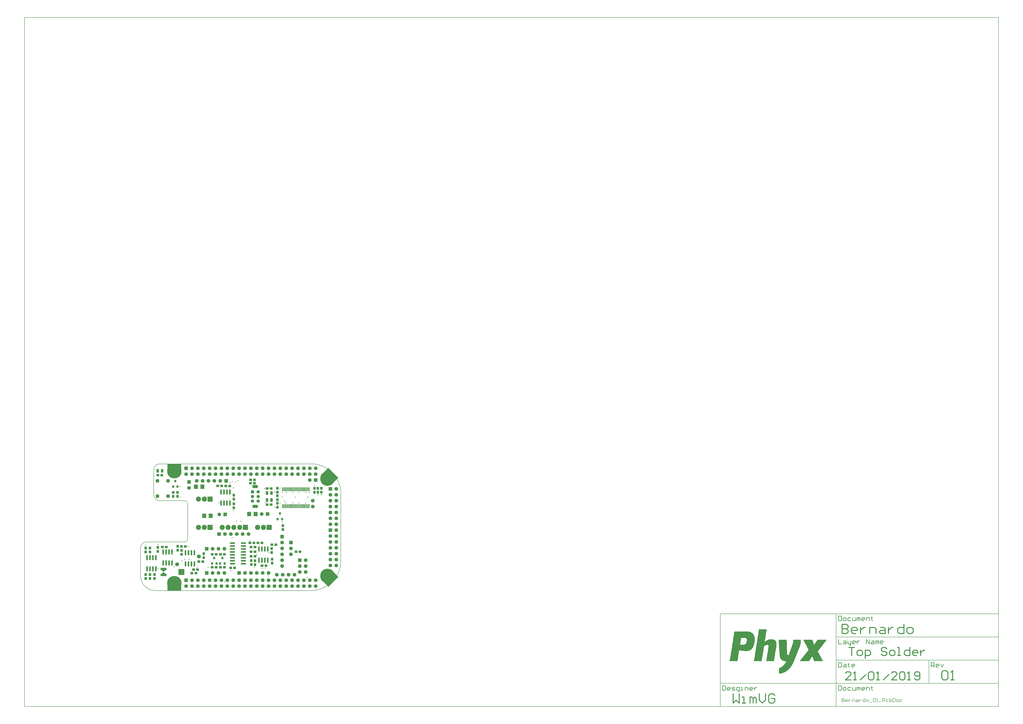
<source format=gts>
G04*
G04 #@! TF.GenerationSoftware,Altium Limited,Altium Designer,18.1.9 (240)*
G04*
G04 Layer_Color=8388736*
%FSLAX25Y25*%
%MOIN*%
G70*
G01*
G75*
%ADD11C,0.00984*%
%ADD12C,0.00787*%
%ADD13C,0.00591*%
%ADD15C,0.01575*%
%ADD26R,0.01181X0.06890*%
G04:AMPARAMS|DCode=27|XSize=236.22mil|YSize=141.42mil|CornerRadius=0mil|HoleSize=0mil|Usage=FLASHONLY|Rotation=315.000|XOffset=0mil|YOffset=0mil|HoleType=Round|Shape=Rectangle|*
%AMROTATEDRECTD27*
4,1,4,-0.13352,0.03352,-0.03352,0.13352,0.13352,-0.03352,0.03352,-0.13352,-0.13352,0.03352,0.0*
%
%ADD27ROTATEDRECTD27*%

G04:AMPARAMS|DCode=28|XSize=236.22mil|YSize=141.42mil|CornerRadius=0mil|HoleSize=0mil|Usage=FLASHONLY|Rotation=225.000|XOffset=0mil|YOffset=0mil|HoleType=Round|Shape=Rectangle|*
%AMROTATEDRECTD28*
4,1,4,0.03352,0.13352,0.13352,0.03352,-0.03352,-0.13352,-0.13352,-0.03352,0.03352,0.13352,0.0*
%
%ADD28ROTATEDRECTD28*%

%ADD29R,0.23622X0.12500*%
%ADD30R,0.03740X0.04331*%
%ADD31R,0.03740X0.04331*%
%ADD32R,0.04724X0.04331*%
%ADD33O,0.02756X0.09055*%
%ADD34R,0.06693X0.07480*%
%ADD35R,0.04331X0.04724*%
%ADD36O,0.09055X0.02756*%
%ADD37R,0.10236X0.04331*%
%ADD38R,0.10236X0.10236*%
%ADD39R,0.04331X0.06299*%
%ADD40C,0.06394*%
%ADD41C,0.08661*%
%ADD42R,0.08661X0.08661*%
%ADD43R,0.06299X0.06299*%
%ADD44C,0.06299*%
%ADD45R,0.06299X0.06299*%
%ADD46O,0.08268X0.08661*%
%ADD47C,0.06693*%
%ADD48C,0.05118*%
%ADD49C,0.24410*%
G04:AMPARAMS|DCode=50|XSize=90.55mil|YSize=51.18mil|CornerRadius=13.78mil|HoleSize=0mil|Usage=FLASHONLY|Rotation=0.000|XOffset=0mil|YOffset=0mil|HoleType=Round|Shape=RoundedRectangle|*
%AMROUNDEDRECTD50*
21,1,0.09055,0.02362,0,0,0.0*
21,1,0.06299,0.05118,0,0,0.0*
1,1,0.02756,0.03150,-0.01181*
1,1,0.02756,-0.03150,-0.01181*
1,1,0.02756,-0.03150,0.01181*
1,1,0.02756,0.03150,0.01181*
%
%ADD50ROUNDEDRECTD50*%
%ADD51C,0.05512*%
G04:AMPARAMS|DCode=52|XSize=55.12mil|YSize=55.12mil|CornerRadius=14.76mil|HoleSize=0mil|Usage=FLASHONLY|Rotation=270.000|XOffset=0mil|YOffset=0mil|HoleType=Round|Shape=RoundedRectangle|*
%AMROUNDEDRECTD52*
21,1,0.05512,0.02559,0,0,270.0*
21,1,0.02559,0.05512,0,0,270.0*
1,1,0.02953,-0.01280,-0.01280*
1,1,0.02953,-0.01280,0.01280*
1,1,0.02953,0.01280,0.01280*
1,1,0.02953,0.01280,-0.01280*
%
%ADD52ROUNDEDRECTD52*%
%ADD53C,0.01575*%
G36*
X1032036Y-69688D02*
X1033754D01*
Y-69974D01*
X1034613D01*
Y-70260D01*
X1035472D01*
Y-70547D01*
X1036331D01*
Y-70833D01*
X1036904D01*
Y-71119D01*
X1037190D01*
Y-71406D01*
X1037763D01*
Y-71692D01*
X1038049D01*
Y-71978D01*
X1038622D01*
Y-72264D01*
X1038908D01*
Y-72551D01*
X1039194D01*
Y-72837D01*
X1039480D01*
Y-73123D01*
X1039767D01*
Y-73410D01*
X1040053D01*
Y-73696D01*
X1040339D01*
Y-73982D01*
Y-74269D01*
X1040626D01*
Y-74555D01*
X1040912D01*
Y-74841D01*
Y-75128D01*
X1041198D01*
Y-75414D01*
X1041485D01*
Y-75700D01*
Y-75987D01*
X1041771D01*
Y-76273D01*
Y-76559D01*
Y-76846D01*
X1042057D01*
Y-77132D01*
Y-77418D01*
Y-77704D01*
X1042344D01*
Y-77991D01*
Y-78277D01*
Y-78563D01*
Y-78850D01*
X1042630D01*
Y-79136D01*
Y-79422D01*
Y-79709D01*
Y-79995D01*
Y-80281D01*
X1042916D01*
Y-80568D01*
Y-80854D01*
Y-81140D01*
Y-81427D01*
Y-81713D01*
Y-81999D01*
Y-82285D01*
Y-82572D01*
Y-82858D01*
Y-83144D01*
Y-83431D01*
Y-83717D01*
Y-84003D01*
Y-84290D01*
Y-84576D01*
Y-84862D01*
Y-85149D01*
Y-85435D01*
Y-85721D01*
Y-86007D01*
X1042630D01*
Y-86294D01*
Y-86580D01*
Y-86866D01*
Y-87153D01*
Y-87439D01*
Y-87725D01*
Y-88012D01*
X1042344D01*
Y-88298D01*
Y-88584D01*
Y-88871D01*
Y-89157D01*
Y-89443D01*
X1042057D01*
Y-89730D01*
Y-90016D01*
Y-90302D01*
Y-90588D01*
Y-90875D01*
X1041771D01*
Y-91161D01*
Y-91448D01*
Y-91734D01*
X1041485D01*
Y-92020D01*
Y-92306D01*
Y-92593D01*
Y-92879D01*
X1041198D01*
Y-93165D01*
Y-93452D01*
Y-93738D01*
X1040912D01*
Y-94024D01*
Y-94311D01*
X1040626D01*
Y-94597D01*
Y-94883D01*
Y-95170D01*
X1040339D01*
Y-95456D01*
Y-95742D01*
X1040053D01*
Y-96029D01*
Y-96315D01*
X1039767D01*
Y-96601D01*
Y-96887D01*
X1039480D01*
Y-97174D01*
X1039194D01*
Y-97460D01*
Y-97746D01*
X1038908D01*
Y-98033D01*
X1038622D01*
Y-98319D01*
X1038335D01*
Y-98605D01*
Y-98892D01*
X1038049D01*
Y-99178D01*
X1037763D01*
Y-99464D01*
X1037476D01*
Y-99751D01*
X1037190D01*
Y-100037D01*
X1036904D01*
Y-100323D01*
X1036331D01*
Y-100610D01*
X1036045D01*
Y-100896D01*
X1035472D01*
Y-101182D01*
X1035186D01*
Y-101468D01*
X1034613D01*
Y-101755D01*
X1033754D01*
Y-102041D01*
X1032895D01*
Y-102327D01*
X1032036D01*
Y-102614D01*
X1030318D01*
Y-102900D01*
X1025165D01*
Y-102614D01*
X1022588D01*
Y-102327D01*
X1020584D01*
Y-102041D01*
X1019152D01*
Y-101755D01*
X1017721D01*
Y-101468D01*
X1016289D01*
Y-101755D01*
Y-102041D01*
Y-102327D01*
Y-102614D01*
Y-102900D01*
Y-103186D01*
Y-103473D01*
X1016003D01*
Y-103759D01*
Y-104045D01*
Y-104332D01*
Y-104618D01*
Y-104904D01*
Y-105191D01*
X1015716D01*
Y-105477D01*
Y-105763D01*
Y-106049D01*
Y-106336D01*
Y-106622D01*
Y-106908D01*
X1015430D01*
Y-107195D01*
Y-107481D01*
Y-107767D01*
Y-108054D01*
Y-108340D01*
Y-108626D01*
Y-108913D01*
X1015144D01*
Y-109199D01*
Y-109485D01*
Y-109772D01*
Y-110058D01*
Y-110344D01*
Y-110630D01*
X1014857D01*
Y-110917D01*
Y-111203D01*
Y-111489D01*
Y-111776D01*
Y-112062D01*
Y-112348D01*
X1014571D01*
Y-112635D01*
Y-112921D01*
Y-113207D01*
Y-113494D01*
Y-113780D01*
Y-114066D01*
Y-114353D01*
X1014285D01*
Y-114639D01*
Y-114925D01*
Y-115211D01*
Y-115498D01*
Y-115784D01*
Y-116070D01*
X1013999D01*
Y-116357D01*
Y-116643D01*
Y-116929D01*
Y-117216D01*
Y-117502D01*
Y-117788D01*
X1013712D01*
Y-118075D01*
Y-118361D01*
Y-118647D01*
Y-118933D01*
Y-119220D01*
Y-119506D01*
Y-119792D01*
X1000256D01*
Y-119506D01*
X1000542D01*
Y-119220D01*
Y-118933D01*
Y-118647D01*
Y-118361D01*
Y-118075D01*
X1000828D01*
Y-117788D01*
Y-117502D01*
Y-117216D01*
Y-116929D01*
Y-116643D01*
Y-116357D01*
Y-116070D01*
X1001114D01*
Y-115784D01*
Y-115498D01*
Y-115211D01*
Y-114925D01*
Y-114639D01*
Y-114353D01*
X1001401D01*
Y-114066D01*
Y-113780D01*
Y-113494D01*
Y-113207D01*
Y-112921D01*
Y-112635D01*
X1001687D01*
Y-112348D01*
Y-112062D01*
Y-111776D01*
Y-111489D01*
Y-111203D01*
Y-110917D01*
Y-110630D01*
X1001974D01*
Y-110344D01*
Y-110058D01*
Y-109772D01*
Y-109485D01*
Y-109199D01*
Y-108913D01*
X1002260D01*
Y-108626D01*
Y-108340D01*
Y-108054D01*
Y-107767D01*
Y-107481D01*
Y-107195D01*
X1002546D01*
Y-106908D01*
Y-106622D01*
Y-106336D01*
Y-106049D01*
Y-105763D01*
Y-105477D01*
X1002832D01*
Y-105191D01*
Y-104904D01*
Y-104618D01*
Y-104332D01*
Y-104045D01*
Y-103759D01*
Y-103473D01*
X1003119D01*
Y-103186D01*
Y-102900D01*
Y-102614D01*
Y-102327D01*
Y-102041D01*
Y-101755D01*
X1003405D01*
Y-101468D01*
Y-101182D01*
Y-100896D01*
Y-100610D01*
Y-100323D01*
Y-100037D01*
X1003691D01*
Y-99751D01*
Y-99464D01*
Y-99178D01*
Y-98892D01*
Y-98605D01*
Y-98319D01*
X1003978D01*
Y-98033D01*
Y-97746D01*
Y-97460D01*
Y-97174D01*
Y-96887D01*
Y-96601D01*
Y-96315D01*
X1004264D01*
Y-96029D01*
Y-95742D01*
Y-95456D01*
Y-95170D01*
Y-94883D01*
Y-94597D01*
X1004550D01*
Y-94311D01*
Y-94024D01*
Y-93738D01*
Y-93452D01*
Y-93165D01*
Y-92879D01*
X1004837D01*
Y-92593D01*
Y-92306D01*
Y-92020D01*
Y-91734D01*
Y-91448D01*
Y-91161D01*
Y-90875D01*
X1005123D01*
Y-90588D01*
Y-90302D01*
Y-90016D01*
Y-89730D01*
Y-89443D01*
Y-89157D01*
X1005409D01*
Y-88871D01*
Y-88584D01*
Y-88298D01*
Y-88012D01*
Y-87725D01*
Y-87439D01*
X1005696D01*
Y-87153D01*
Y-86866D01*
Y-86580D01*
Y-86294D01*
Y-86007D01*
Y-85721D01*
X1005982D01*
Y-85435D01*
Y-85149D01*
Y-84862D01*
Y-84576D01*
Y-84290D01*
Y-84003D01*
Y-83717D01*
X1006268D01*
Y-83431D01*
Y-83144D01*
Y-82858D01*
Y-82572D01*
Y-82285D01*
Y-81999D01*
X1006555D01*
Y-81713D01*
Y-81427D01*
Y-81140D01*
Y-80854D01*
Y-80568D01*
Y-80281D01*
X1006841D01*
Y-79995D01*
Y-79709D01*
Y-79422D01*
Y-79136D01*
Y-78850D01*
Y-78563D01*
Y-78277D01*
X1007127D01*
Y-77991D01*
Y-77704D01*
Y-77418D01*
Y-77132D01*
Y-76846D01*
Y-76559D01*
X1007413D01*
Y-76273D01*
Y-75987D01*
Y-75700D01*
Y-75414D01*
Y-75128D01*
Y-74841D01*
X1007700D01*
Y-74555D01*
Y-74269D01*
Y-73982D01*
Y-73696D01*
Y-73410D01*
Y-73123D01*
Y-72837D01*
X1007986D01*
Y-72551D01*
Y-72264D01*
Y-71978D01*
Y-71692D01*
Y-71406D01*
Y-71119D01*
X1008272D01*
Y-70833D01*
Y-70547D01*
Y-70260D01*
Y-69974D01*
Y-69688D01*
Y-69401D01*
X1032036D01*
Y-69688D01*
D02*
G37*
G36*
X1063244Y-66252D02*
Y-66538D01*
X1062958D01*
Y-66825D01*
Y-67111D01*
Y-67397D01*
Y-67684D01*
Y-67970D01*
Y-68256D01*
X1062672D01*
Y-68542D01*
Y-68829D01*
Y-69115D01*
Y-69401D01*
Y-69688D01*
Y-69974D01*
X1062385D01*
Y-70260D01*
Y-70547D01*
Y-70833D01*
Y-71119D01*
Y-71406D01*
Y-71692D01*
Y-71978D01*
X1062099D01*
Y-72264D01*
Y-72551D01*
Y-72837D01*
Y-73123D01*
Y-73410D01*
Y-73696D01*
X1061813D01*
Y-73982D01*
Y-74269D01*
Y-74555D01*
Y-74841D01*
Y-75128D01*
Y-75414D01*
X1061526D01*
Y-75700D01*
Y-75987D01*
Y-76273D01*
Y-76559D01*
Y-76846D01*
Y-77132D01*
Y-77418D01*
X1061240D01*
Y-77704D01*
Y-77991D01*
Y-78277D01*
Y-78563D01*
Y-78850D01*
Y-79136D01*
X1060954D01*
Y-79422D01*
Y-79709D01*
Y-79995D01*
Y-80281D01*
Y-80568D01*
Y-80854D01*
X1060668D01*
Y-81140D01*
Y-81427D01*
Y-81713D01*
Y-81999D01*
Y-82285D01*
Y-82572D01*
X1060381D01*
Y-82858D01*
Y-83144D01*
Y-83431D01*
Y-83717D01*
Y-84003D01*
Y-84290D01*
Y-84576D01*
X1060095D01*
Y-84862D01*
Y-85149D01*
Y-85435D01*
Y-85721D01*
Y-86007D01*
Y-86294D01*
X1059809D01*
Y-86580D01*
Y-86866D01*
X1060381D01*
Y-86580D01*
X1060668D01*
Y-86294D01*
X1060954D01*
Y-86007D01*
X1061526D01*
Y-85721D01*
X1061813D01*
Y-85435D01*
X1062099D01*
Y-85149D01*
X1062672D01*
Y-84862D01*
X1063244D01*
Y-84576D01*
X1063531D01*
Y-84290D01*
X1064103D01*
Y-84003D01*
X1064962D01*
Y-83717D01*
X1065535D01*
Y-83431D01*
X1066394D01*
Y-83144D01*
X1067825D01*
Y-82858D01*
X1074124D01*
Y-83144D01*
X1075270D01*
Y-83431D01*
X1076128D01*
Y-83717D01*
X1076701D01*
Y-84003D01*
X1076987D01*
Y-84290D01*
X1077560D01*
Y-84576D01*
X1077846D01*
Y-84862D01*
X1078133D01*
Y-85149D01*
X1078419D01*
Y-85435D01*
X1078705D01*
Y-85721D01*
Y-86007D01*
X1078992D01*
Y-86294D01*
Y-86580D01*
X1079278D01*
Y-86866D01*
Y-87153D01*
Y-87439D01*
X1079564D01*
Y-87725D01*
Y-88012D01*
Y-88298D01*
Y-88584D01*
X1079850D01*
Y-88871D01*
Y-89157D01*
Y-89443D01*
Y-89730D01*
Y-90016D01*
Y-90302D01*
Y-90588D01*
Y-90875D01*
Y-91161D01*
Y-91448D01*
Y-91734D01*
Y-92020D01*
Y-92306D01*
Y-92593D01*
Y-92879D01*
Y-93165D01*
Y-93452D01*
Y-93738D01*
X1079564D01*
Y-94024D01*
Y-94311D01*
Y-94597D01*
Y-94883D01*
Y-95170D01*
Y-95456D01*
Y-95742D01*
X1079278D01*
Y-96029D01*
Y-96315D01*
Y-96601D01*
Y-96887D01*
Y-97174D01*
Y-97460D01*
Y-97746D01*
X1078992D01*
Y-98033D01*
Y-98319D01*
Y-98605D01*
Y-98892D01*
Y-99178D01*
Y-99464D01*
X1078705D01*
Y-99751D01*
Y-100037D01*
Y-100323D01*
Y-100610D01*
Y-100896D01*
Y-101182D01*
X1078419D01*
Y-101468D01*
Y-101755D01*
Y-102041D01*
Y-102327D01*
Y-102614D01*
Y-102900D01*
X1078133D01*
Y-103186D01*
Y-103473D01*
Y-103759D01*
Y-104045D01*
Y-104332D01*
Y-104618D01*
Y-104904D01*
X1077846D01*
Y-105191D01*
Y-105477D01*
Y-105763D01*
Y-106049D01*
Y-106336D01*
Y-106622D01*
X1077560D01*
Y-106908D01*
Y-107195D01*
Y-107481D01*
Y-107767D01*
Y-108054D01*
Y-108340D01*
X1077274D01*
Y-108626D01*
Y-108913D01*
Y-109199D01*
Y-109485D01*
Y-109772D01*
Y-110058D01*
Y-110344D01*
X1076987D01*
Y-110630D01*
Y-110917D01*
Y-111203D01*
Y-111489D01*
Y-111776D01*
Y-112062D01*
X1076701D01*
Y-112348D01*
Y-112635D01*
Y-112921D01*
Y-113207D01*
Y-113494D01*
Y-113780D01*
X1076415D01*
Y-114066D01*
Y-114353D01*
Y-114639D01*
Y-114925D01*
Y-115211D01*
Y-115498D01*
X1076128D01*
Y-115784D01*
Y-116070D01*
Y-116357D01*
Y-116643D01*
Y-116929D01*
Y-117216D01*
Y-117502D01*
X1075842D01*
Y-117788D01*
Y-118075D01*
Y-118361D01*
Y-118647D01*
Y-118933D01*
Y-119220D01*
X1075556D01*
Y-119506D01*
Y-119792D01*
X1062385D01*
Y-119506D01*
Y-119220D01*
X1062672D01*
Y-118933D01*
Y-118647D01*
Y-118361D01*
Y-118075D01*
Y-117788D01*
Y-117502D01*
X1062958D01*
Y-117216D01*
Y-116929D01*
Y-116643D01*
Y-116357D01*
Y-116070D01*
Y-115784D01*
Y-115498D01*
X1063244D01*
Y-115211D01*
Y-114925D01*
Y-114639D01*
Y-114353D01*
Y-114066D01*
Y-113780D01*
X1063531D01*
Y-113494D01*
Y-113207D01*
Y-112921D01*
Y-112635D01*
Y-112348D01*
Y-112062D01*
X1063817D01*
Y-111776D01*
Y-111489D01*
Y-111203D01*
Y-110917D01*
Y-110630D01*
Y-110344D01*
Y-110058D01*
X1064103D01*
Y-109772D01*
Y-109485D01*
Y-109199D01*
Y-108913D01*
Y-108626D01*
Y-108340D01*
X1064390D01*
Y-108054D01*
Y-107767D01*
Y-107481D01*
Y-107195D01*
Y-106908D01*
Y-106622D01*
Y-106336D01*
X1064676D01*
Y-106049D01*
Y-105763D01*
Y-105477D01*
Y-105191D01*
Y-104904D01*
Y-104618D01*
X1064962D01*
Y-104332D01*
Y-104045D01*
Y-103759D01*
Y-103473D01*
Y-103186D01*
Y-102900D01*
X1065249D01*
Y-102614D01*
Y-102327D01*
Y-102041D01*
Y-101755D01*
Y-101468D01*
Y-101182D01*
X1065535D01*
Y-100896D01*
Y-100610D01*
Y-100323D01*
Y-100037D01*
Y-99751D01*
Y-99464D01*
Y-99178D01*
X1065821D01*
Y-98892D01*
Y-98605D01*
Y-98319D01*
Y-98033D01*
Y-97746D01*
Y-97460D01*
X1066107D01*
Y-97174D01*
Y-96887D01*
Y-96601D01*
Y-96315D01*
Y-96029D01*
Y-95742D01*
Y-95456D01*
X1066394D01*
Y-95170D01*
Y-94883D01*
Y-94597D01*
Y-94311D01*
Y-94024D01*
Y-93738D01*
X1066107D01*
Y-93452D01*
Y-93165D01*
X1065821D01*
Y-92879D01*
X1065535D01*
Y-92593D01*
X1064962D01*
Y-92306D01*
X1063244D01*
Y-92593D01*
X1061813D01*
Y-92879D01*
X1060954D01*
Y-93165D01*
X1060381D01*
Y-93452D01*
X1060095D01*
Y-93738D01*
X1059522D01*
Y-94024D01*
X1059236D01*
Y-94311D01*
X1058950D01*
Y-94597D01*
Y-94883D01*
X1058663D01*
Y-95170D01*
Y-95456D01*
Y-95742D01*
X1058377D01*
Y-96029D01*
Y-96315D01*
Y-96601D01*
Y-96887D01*
Y-97174D01*
Y-97460D01*
X1058091D01*
Y-97746D01*
Y-98033D01*
Y-98319D01*
Y-98605D01*
Y-98892D01*
Y-99178D01*
Y-99464D01*
X1057804D01*
Y-99751D01*
Y-100037D01*
Y-100323D01*
Y-100610D01*
Y-100896D01*
Y-101182D01*
X1057518D01*
Y-101468D01*
Y-101755D01*
Y-102041D01*
Y-102327D01*
Y-102614D01*
Y-102900D01*
X1057232D01*
Y-103186D01*
Y-103473D01*
Y-103759D01*
Y-104045D01*
Y-104332D01*
Y-104618D01*
X1056946D01*
Y-104904D01*
Y-105191D01*
Y-105477D01*
Y-105763D01*
Y-106049D01*
Y-106336D01*
Y-106622D01*
X1056659D01*
Y-106908D01*
Y-107195D01*
Y-107481D01*
Y-107767D01*
Y-108054D01*
Y-108340D01*
X1056373D01*
Y-108626D01*
Y-108913D01*
Y-109199D01*
Y-109485D01*
Y-109772D01*
Y-110058D01*
X1056087D01*
Y-110344D01*
Y-110630D01*
Y-110917D01*
Y-111203D01*
Y-111489D01*
Y-111776D01*
Y-112062D01*
X1055800D01*
Y-112348D01*
Y-112635D01*
Y-112921D01*
Y-113207D01*
Y-113494D01*
Y-113780D01*
X1055514D01*
Y-114066D01*
Y-114353D01*
Y-114639D01*
Y-114925D01*
Y-115211D01*
Y-115498D01*
X1055228D01*
Y-115784D01*
Y-116070D01*
Y-116357D01*
Y-116643D01*
Y-116929D01*
Y-117216D01*
X1054941D01*
Y-117502D01*
Y-117788D01*
Y-118075D01*
Y-118361D01*
Y-118647D01*
Y-118933D01*
Y-119220D01*
X1054655D01*
Y-119506D01*
Y-119792D01*
X1041485D01*
Y-119506D01*
Y-119220D01*
X1041771D01*
Y-118933D01*
Y-118647D01*
Y-118361D01*
Y-118075D01*
Y-117788D01*
Y-117502D01*
Y-117216D01*
X1042057D01*
Y-116929D01*
Y-116643D01*
Y-116357D01*
Y-116070D01*
Y-115784D01*
Y-115498D01*
X1042344D01*
Y-115211D01*
Y-114925D01*
Y-114639D01*
Y-114353D01*
Y-114066D01*
Y-113780D01*
X1042630D01*
Y-113494D01*
Y-113207D01*
Y-112921D01*
Y-112635D01*
Y-112348D01*
Y-112062D01*
Y-111776D01*
X1042916D01*
Y-111489D01*
Y-111203D01*
Y-110917D01*
Y-110630D01*
Y-110344D01*
Y-110058D01*
X1043202D01*
Y-109772D01*
Y-109485D01*
Y-109199D01*
Y-108913D01*
Y-108626D01*
Y-108340D01*
X1043489D01*
Y-108054D01*
Y-107767D01*
Y-107481D01*
Y-107195D01*
Y-106908D01*
Y-106622D01*
X1043775D01*
Y-106336D01*
Y-106049D01*
Y-105763D01*
Y-105477D01*
Y-105191D01*
Y-104904D01*
Y-104618D01*
X1044061D01*
Y-104332D01*
Y-104045D01*
Y-103759D01*
Y-103473D01*
Y-103186D01*
Y-102900D01*
X1044348D01*
Y-102614D01*
Y-102327D01*
Y-102041D01*
Y-101755D01*
Y-101468D01*
Y-101182D01*
X1044634D01*
Y-100896D01*
Y-100610D01*
Y-100323D01*
Y-100037D01*
Y-99751D01*
Y-99464D01*
Y-99178D01*
X1044920D01*
Y-98892D01*
Y-98605D01*
Y-98319D01*
Y-98033D01*
Y-97746D01*
Y-97460D01*
X1045207D01*
Y-97174D01*
Y-96887D01*
Y-96601D01*
Y-96315D01*
Y-96029D01*
Y-95742D01*
X1045493D01*
Y-95456D01*
Y-95170D01*
Y-94883D01*
Y-94597D01*
Y-94311D01*
Y-94024D01*
X1045779D01*
Y-93738D01*
Y-93452D01*
Y-93165D01*
Y-92879D01*
Y-92593D01*
Y-92306D01*
Y-92020D01*
X1046066D01*
Y-91734D01*
Y-91448D01*
Y-91161D01*
Y-90875D01*
Y-90588D01*
Y-90302D01*
X1046352D01*
Y-90016D01*
Y-89730D01*
Y-89443D01*
Y-89157D01*
Y-88871D01*
Y-88584D01*
X1046638D01*
Y-88298D01*
Y-88012D01*
Y-87725D01*
Y-87439D01*
Y-87153D01*
Y-86866D01*
X1046925D01*
Y-86580D01*
Y-86294D01*
Y-86007D01*
Y-85721D01*
Y-85435D01*
Y-85149D01*
Y-84862D01*
X1047211D01*
Y-84576D01*
Y-84290D01*
Y-84003D01*
Y-83717D01*
Y-83431D01*
Y-83144D01*
X1047497D01*
Y-82858D01*
Y-82572D01*
Y-82285D01*
Y-81999D01*
Y-81713D01*
Y-81427D01*
X1047783D01*
Y-81140D01*
Y-80854D01*
Y-80568D01*
Y-80281D01*
Y-79995D01*
Y-79709D01*
Y-79422D01*
X1048070D01*
Y-79136D01*
Y-78850D01*
Y-78563D01*
Y-78277D01*
Y-77991D01*
Y-77704D01*
X1048356D01*
Y-77418D01*
Y-77132D01*
Y-76846D01*
Y-76559D01*
Y-76273D01*
Y-75987D01*
X1048642D01*
Y-75700D01*
Y-75414D01*
Y-75128D01*
Y-74841D01*
Y-74555D01*
Y-74269D01*
X1048929D01*
Y-73982D01*
Y-73696D01*
Y-73410D01*
Y-73123D01*
Y-72837D01*
Y-72551D01*
Y-72264D01*
X1049215D01*
Y-71978D01*
Y-71692D01*
Y-71406D01*
Y-71119D01*
Y-70833D01*
Y-70547D01*
X1049501D01*
Y-70260D01*
Y-69974D01*
Y-69688D01*
Y-69401D01*
Y-69115D01*
Y-68829D01*
X1049788D01*
Y-68542D01*
Y-68256D01*
Y-67970D01*
Y-67684D01*
Y-67397D01*
Y-67111D01*
Y-66825D01*
X1050074D01*
Y-66538D01*
Y-66252D01*
Y-65966D01*
X1063244D01*
Y-66252D01*
D02*
G37*
G36*
X1165172Y-83717D02*
X1164886D01*
Y-84003D01*
X1164599D01*
Y-84290D01*
Y-84576D01*
X1164313D01*
Y-84862D01*
X1164027D01*
Y-85149D01*
X1163740D01*
Y-85435D01*
Y-85721D01*
X1163454D01*
Y-86007D01*
X1163168D01*
Y-86294D01*
X1162881D01*
Y-86580D01*
X1162595D01*
Y-86866D01*
Y-87153D01*
X1162309D01*
Y-87439D01*
X1162022D01*
Y-87725D01*
X1161736D01*
Y-88012D01*
Y-88298D01*
X1161450D01*
Y-88584D01*
X1161163D01*
Y-88871D01*
X1160877D01*
Y-89157D01*
X1160591D01*
Y-89443D01*
Y-89730D01*
X1160305D01*
Y-90016D01*
X1160018D01*
Y-90302D01*
X1159732D01*
Y-90588D01*
Y-90875D01*
X1159445D01*
Y-91161D01*
X1159159D01*
Y-91448D01*
X1158873D01*
Y-91734D01*
Y-92020D01*
X1158587D01*
Y-92306D01*
X1158300D01*
Y-92593D01*
X1158014D01*
Y-92879D01*
X1157728D01*
Y-93165D01*
Y-93452D01*
X1157441D01*
Y-93738D01*
X1157155D01*
Y-94024D01*
X1156869D01*
Y-94311D01*
Y-94597D01*
X1156582D01*
Y-94883D01*
X1156296D01*
Y-95170D01*
X1156010D01*
Y-95456D01*
Y-95742D01*
X1155723D01*
Y-96029D01*
X1155437D01*
Y-96315D01*
X1155151D01*
Y-96601D01*
X1154865D01*
Y-96887D01*
Y-97174D01*
X1154578D01*
Y-97460D01*
X1154292D01*
Y-97746D01*
X1154006D01*
Y-98033D01*
Y-98319D01*
X1153719D01*
Y-98605D01*
X1153433D01*
Y-98892D01*
X1153147D01*
Y-99178D01*
Y-99464D01*
X1152860D01*
Y-99751D01*
X1152574D01*
Y-100037D01*
X1152288D01*
Y-100323D01*
X1152001D01*
Y-100610D01*
Y-100896D01*
X1151715D01*
Y-101182D01*
X1151429D01*
Y-101468D01*
X1151142D01*
Y-101755D01*
Y-102041D01*
X1150856D01*
Y-102327D01*
X1150570D01*
Y-102614D01*
X1150284D01*
Y-102900D01*
X1149997D01*
Y-103186D01*
Y-103473D01*
X1150284D01*
Y-103759D01*
Y-104045D01*
X1150570D01*
Y-104332D01*
Y-104618D01*
X1150856D01*
Y-104904D01*
X1151142D01*
Y-105191D01*
Y-105477D01*
X1151429D01*
Y-105763D01*
Y-106049D01*
X1151715D01*
Y-106336D01*
Y-106622D01*
X1152001D01*
Y-106908D01*
Y-107195D01*
X1152288D01*
Y-107481D01*
Y-107767D01*
X1152574D01*
Y-108054D01*
Y-108340D01*
X1152860D01*
Y-108626D01*
Y-108913D01*
X1153147D01*
Y-109199D01*
Y-109485D01*
X1153433D01*
Y-109772D01*
X1153719D01*
Y-110058D01*
Y-110344D01*
X1154006D01*
Y-110630D01*
Y-110917D01*
X1154292D01*
Y-111203D01*
Y-111489D01*
X1154578D01*
Y-111776D01*
Y-112062D01*
X1154865D01*
Y-112348D01*
Y-112635D01*
X1155151D01*
Y-112921D01*
Y-113207D01*
X1155437D01*
Y-113494D01*
Y-113780D01*
X1155723D01*
Y-114066D01*
X1156010D01*
Y-114353D01*
Y-114639D01*
X1156296D01*
Y-114925D01*
Y-115211D01*
X1156582D01*
Y-115498D01*
Y-115784D01*
X1156869D01*
Y-116070D01*
Y-116357D01*
X1157155D01*
Y-116643D01*
Y-116929D01*
X1157441D01*
Y-117216D01*
Y-117502D01*
X1157728D01*
Y-117788D01*
Y-118075D01*
X1158014D01*
Y-118361D01*
X1158300D01*
Y-118647D01*
Y-118933D01*
X1158587D01*
Y-119220D01*
Y-119506D01*
X1158873D01*
Y-119792D01*
X1143698D01*
Y-119506D01*
X1143412D01*
Y-119220D01*
Y-118933D01*
Y-118647D01*
X1143126D01*
Y-118361D01*
Y-118075D01*
Y-117788D01*
X1142839D01*
Y-117502D01*
Y-117216D01*
X1142553D01*
Y-116929D01*
Y-116643D01*
Y-116357D01*
X1142267D01*
Y-116070D01*
Y-115784D01*
Y-115498D01*
X1141980D01*
Y-115211D01*
Y-114925D01*
X1141694D01*
Y-114639D01*
Y-114353D01*
Y-114066D01*
X1141408D01*
Y-113780D01*
Y-113494D01*
Y-113207D01*
X1141121D01*
Y-112921D01*
Y-112635D01*
Y-112348D01*
X1140835D01*
Y-112062D01*
X1140263D01*
Y-112348D01*
Y-112635D01*
X1139976D01*
Y-112921D01*
X1139690D01*
Y-113207D01*
Y-113494D01*
X1139404D01*
Y-113780D01*
X1139117D01*
Y-114066D01*
Y-114353D01*
X1138831D01*
Y-114639D01*
X1138545D01*
Y-114925D01*
Y-115211D01*
X1138258D01*
Y-115498D01*
X1137972D01*
Y-115784D01*
X1137686D01*
Y-116070D01*
Y-116357D01*
X1137399D01*
Y-116643D01*
X1137113D01*
Y-116929D01*
Y-117216D01*
X1136827D01*
Y-117502D01*
X1136541D01*
Y-117788D01*
Y-118075D01*
X1136254D01*
Y-118361D01*
X1135968D01*
Y-118647D01*
Y-118933D01*
X1135682D01*
Y-119220D01*
X1135395D01*
Y-119506D01*
Y-119792D01*
X1119362D01*
Y-119506D01*
X1119648D01*
Y-119220D01*
X1119934D01*
Y-118933D01*
X1120221D01*
Y-118647D01*
X1120507D01*
Y-118361D01*
Y-118075D01*
X1120793D01*
Y-117788D01*
X1121080D01*
Y-117502D01*
X1121366D01*
Y-117216D01*
X1121652D01*
Y-116929D01*
Y-116643D01*
X1121939D01*
Y-116357D01*
X1122225D01*
Y-116070D01*
X1122511D01*
Y-115784D01*
Y-115498D01*
X1122797D01*
Y-115211D01*
X1123084D01*
Y-114925D01*
X1123370D01*
Y-114639D01*
X1123656D01*
Y-114353D01*
Y-114066D01*
X1123943D01*
Y-113780D01*
X1124229D01*
Y-113494D01*
X1124515D01*
Y-113207D01*
X1124802D01*
Y-112921D01*
Y-112635D01*
X1125088D01*
Y-112348D01*
X1125374D01*
Y-112062D01*
X1125661D01*
Y-111776D01*
Y-111489D01*
X1125947D01*
Y-111203D01*
X1126233D01*
Y-110917D01*
X1126519D01*
Y-110630D01*
X1126806D01*
Y-110344D01*
Y-110058D01*
X1127092D01*
Y-109772D01*
X1127378D01*
Y-109485D01*
X1127665D01*
Y-109199D01*
Y-108913D01*
X1127951D01*
Y-108626D01*
X1128237D01*
Y-108340D01*
X1128524D01*
Y-108054D01*
X1128810D01*
Y-107767D01*
Y-107481D01*
X1129096D01*
Y-107195D01*
X1129383D01*
Y-106908D01*
X1129669D01*
Y-106622D01*
Y-106336D01*
X1129955D01*
Y-106049D01*
X1130242D01*
Y-105763D01*
X1130528D01*
Y-105477D01*
X1130814D01*
Y-105191D01*
Y-104904D01*
X1131100D01*
Y-104618D01*
X1131387D01*
Y-104332D01*
X1131673D01*
Y-104045D01*
X1131960D01*
Y-103759D01*
Y-103473D01*
X1132246D01*
Y-103186D01*
X1132532D01*
Y-102900D01*
X1132818D01*
Y-102614D01*
Y-102327D01*
X1133105D01*
Y-102041D01*
X1133391D01*
Y-101755D01*
X1133677D01*
Y-101468D01*
X1133964D01*
Y-101182D01*
Y-100896D01*
X1134250D01*
Y-100610D01*
Y-100323D01*
Y-100037D01*
X1133964D01*
Y-99751D01*
X1133677D01*
Y-99464D01*
Y-99178D01*
X1133391D01*
Y-98892D01*
Y-98605D01*
X1133105D01*
Y-98319D01*
Y-98033D01*
X1132818D01*
Y-97746D01*
Y-97460D01*
X1132532D01*
Y-97174D01*
Y-96887D01*
X1132246D01*
Y-96601D01*
Y-96315D01*
X1131960D01*
Y-96029D01*
X1131673D01*
Y-95742D01*
Y-95456D01*
X1131387D01*
Y-95170D01*
Y-94883D01*
X1131100D01*
Y-94597D01*
Y-94311D01*
X1130814D01*
Y-94024D01*
Y-93738D01*
X1130528D01*
Y-93452D01*
Y-93165D01*
X1130242D01*
Y-92879D01*
Y-92593D01*
X1129955D01*
Y-92306D01*
X1129669D01*
Y-92020D01*
Y-91734D01*
X1129383D01*
Y-91448D01*
Y-91161D01*
X1129096D01*
Y-90875D01*
Y-90588D01*
X1128810D01*
Y-90302D01*
Y-90016D01*
X1128524D01*
Y-89730D01*
Y-89443D01*
X1128237D01*
Y-89157D01*
Y-88871D01*
X1127951D01*
Y-88584D01*
Y-88298D01*
X1127665D01*
Y-88012D01*
X1127378D01*
Y-87725D01*
Y-87439D01*
X1127092D01*
Y-87153D01*
Y-86866D01*
X1126806D01*
Y-86580D01*
Y-86294D01*
X1126519D01*
Y-86007D01*
Y-85721D01*
X1126233D01*
Y-85435D01*
Y-85149D01*
X1125947D01*
Y-84862D01*
Y-84576D01*
X1125661D01*
Y-84290D01*
X1125374D01*
Y-84003D01*
Y-83717D01*
X1125088D01*
Y-83431D01*
X1140835D01*
Y-83717D01*
X1141121D01*
Y-84003D01*
Y-84290D01*
Y-84576D01*
X1141408D01*
Y-84862D01*
Y-85149D01*
Y-85435D01*
X1141694D01*
Y-85721D01*
Y-86007D01*
Y-86294D01*
X1141980D01*
Y-86580D01*
Y-86866D01*
Y-87153D01*
X1142267D01*
Y-87439D01*
Y-87725D01*
Y-88012D01*
X1142553D01*
Y-88298D01*
Y-88584D01*
Y-88871D01*
X1142839D01*
Y-89157D01*
Y-89443D01*
Y-89730D01*
X1143126D01*
Y-90016D01*
Y-90302D01*
Y-90588D01*
X1143412D01*
Y-90875D01*
Y-91161D01*
Y-91448D01*
Y-91734D01*
X1143985D01*
Y-91448D01*
X1144271D01*
Y-91161D01*
X1144557D01*
Y-90875D01*
Y-90588D01*
X1144844D01*
Y-90302D01*
X1145130D01*
Y-90016D01*
Y-89730D01*
X1145416D01*
Y-89443D01*
X1145702D01*
Y-89157D01*
Y-88871D01*
X1145989D01*
Y-88584D01*
X1146275D01*
Y-88298D01*
Y-88012D01*
X1146561D01*
Y-87725D01*
X1146848D01*
Y-87439D01*
Y-87153D01*
X1147134D01*
Y-86866D01*
X1147420D01*
Y-86580D01*
Y-86294D01*
X1147707D01*
Y-86007D01*
X1147993D01*
Y-85721D01*
Y-85435D01*
X1148279D01*
Y-85149D01*
X1148566D01*
Y-84862D01*
Y-84576D01*
X1148852D01*
Y-84290D01*
X1149138D01*
Y-84003D01*
Y-83717D01*
X1149425D01*
Y-83431D01*
X1165172D01*
Y-83717D01*
D02*
G37*
G36*
X1121080D02*
Y-84003D01*
Y-84290D01*
Y-84576D01*
Y-84862D01*
Y-85149D01*
Y-85435D01*
Y-85721D01*
Y-86007D01*
Y-86294D01*
Y-86580D01*
Y-86866D01*
Y-87153D01*
Y-87439D01*
Y-87725D01*
Y-88012D01*
Y-88298D01*
Y-88584D01*
Y-88871D01*
Y-89157D01*
Y-89443D01*
X1120793D01*
Y-89730D01*
Y-90016D01*
Y-90302D01*
Y-90588D01*
Y-90875D01*
X1120507D01*
Y-91161D01*
Y-91448D01*
Y-91734D01*
Y-92020D01*
X1120221D01*
Y-92306D01*
Y-92593D01*
Y-92879D01*
Y-93165D01*
X1119934D01*
Y-93452D01*
Y-93738D01*
Y-94024D01*
X1119648D01*
Y-94311D01*
Y-94597D01*
Y-94883D01*
X1119362D01*
Y-95170D01*
Y-95456D01*
Y-95742D01*
X1119075D01*
Y-96029D01*
Y-96315D01*
Y-96601D01*
X1118789D01*
Y-96887D01*
Y-97174D01*
X1118503D01*
Y-97460D01*
Y-97746D01*
X1118217D01*
Y-98033D01*
Y-98319D01*
Y-98605D01*
X1117930D01*
Y-98892D01*
Y-99178D01*
X1117644D01*
Y-99464D01*
Y-99751D01*
Y-100037D01*
X1117358D01*
Y-100323D01*
Y-100610D01*
X1117071D01*
Y-100896D01*
Y-101182D01*
Y-101468D01*
X1116785D01*
Y-101755D01*
Y-102041D01*
X1116499D01*
Y-102327D01*
Y-102614D01*
Y-102900D01*
X1116212D01*
Y-103186D01*
Y-103473D01*
X1115926D01*
Y-103759D01*
Y-104045D01*
Y-104332D01*
X1115640D01*
Y-104618D01*
Y-104904D01*
X1115353D01*
Y-105191D01*
Y-105477D01*
Y-105763D01*
X1115067D01*
Y-106049D01*
Y-106336D01*
X1114781D01*
Y-106622D01*
Y-106908D01*
Y-107195D01*
X1114494D01*
Y-107481D01*
Y-107767D01*
X1114208D01*
Y-108054D01*
Y-108340D01*
Y-108626D01*
X1113922D01*
Y-108913D01*
Y-109199D01*
X1113636D01*
Y-109485D01*
Y-109772D01*
Y-110058D01*
X1113349D01*
Y-110344D01*
Y-110630D01*
X1113063D01*
Y-110917D01*
Y-111203D01*
Y-111489D01*
X1112776D01*
Y-111776D01*
Y-112062D01*
X1112490D01*
Y-112348D01*
Y-112635D01*
Y-112921D01*
X1112204D01*
Y-113207D01*
Y-113494D01*
X1111918D01*
Y-113780D01*
Y-114066D01*
Y-114353D01*
X1111631D01*
Y-114639D01*
Y-114925D01*
X1111345D01*
Y-115211D01*
Y-115498D01*
Y-115784D01*
X1111059D01*
Y-116070D01*
Y-116357D01*
X1110772D01*
Y-116643D01*
Y-116929D01*
Y-117216D01*
X1110486D01*
Y-117502D01*
Y-117788D01*
X1110200D01*
Y-118075D01*
Y-118361D01*
Y-118647D01*
X1109913D01*
Y-118933D01*
Y-119220D01*
X1109627D01*
Y-119506D01*
Y-119792D01*
Y-120079D01*
X1109341D01*
Y-120365D01*
Y-120651D01*
X1109054D01*
Y-120938D01*
Y-121224D01*
X1108768D01*
Y-121510D01*
Y-121797D01*
X1108482D01*
Y-122083D01*
Y-122369D01*
Y-122656D01*
X1108195D01*
Y-122942D01*
X1107909D01*
Y-123228D01*
Y-123514D01*
Y-123801D01*
X1107623D01*
Y-124087D01*
X1107337D01*
Y-124373D01*
Y-124660D01*
X1107050D01*
Y-124946D01*
Y-125232D01*
X1106764D01*
Y-125519D01*
Y-125805D01*
X1106478D01*
Y-126091D01*
Y-126378D01*
X1106191D01*
Y-126664D01*
X1105905D01*
Y-126950D01*
Y-127237D01*
X1105619D01*
Y-127523D01*
Y-127809D01*
X1105332D01*
Y-128095D01*
X1105046D01*
Y-128382D01*
X1104760D01*
Y-128668D01*
Y-128954D01*
X1104473D01*
Y-129241D01*
X1104187D01*
Y-129527D01*
Y-129813D01*
X1103901D01*
Y-130100D01*
X1103615D01*
Y-130386D01*
X1103328D01*
Y-130672D01*
Y-130959D01*
X1103042D01*
Y-131245D01*
X1102756D01*
Y-131531D01*
X1102469D01*
Y-131818D01*
X1102183D01*
Y-132104D01*
X1101897D01*
Y-132390D01*
Y-132676D01*
X1101610D01*
Y-132963D01*
X1101324D01*
Y-133249D01*
X1101038D01*
Y-133535D01*
X1100751D01*
Y-133822D01*
X1100465D01*
Y-134108D01*
X1100179D01*
Y-134394D01*
X1099892D01*
Y-134681D01*
X1099320D01*
Y-134967D01*
X1099034D01*
Y-135253D01*
X1098747D01*
Y-135540D01*
X1098461D01*
Y-135826D01*
X1098175D01*
Y-136112D01*
X1097602D01*
Y-136399D01*
X1097316D01*
Y-136685D01*
X1096743D01*
Y-136971D01*
X1096457D01*
Y-137258D01*
X1095884D01*
Y-137544D01*
X1095598D01*
Y-137830D01*
X1095025D01*
Y-138117D01*
X1094452D01*
Y-138403D01*
X1093880D01*
Y-138689D01*
X1093307D01*
Y-138975D01*
X1092735D01*
Y-139262D01*
X1091876D01*
Y-139548D01*
X1091303D01*
Y-139834D01*
X1090444D01*
Y-140121D01*
X1089299D01*
Y-140407D01*
X1088154D01*
Y-140693D01*
X1086436D01*
Y-140980D01*
X1084432D01*
Y-141266D01*
X1084145D01*
Y-140980D01*
Y-140693D01*
Y-140407D01*
Y-140121D01*
Y-139834D01*
Y-139548D01*
Y-139262D01*
Y-138975D01*
Y-138689D01*
Y-138403D01*
Y-138117D01*
Y-137830D01*
Y-137544D01*
Y-137258D01*
Y-136971D01*
Y-136685D01*
Y-136399D01*
Y-136112D01*
Y-135826D01*
Y-135540D01*
Y-135253D01*
Y-134967D01*
Y-134681D01*
Y-134394D01*
Y-134108D01*
Y-133822D01*
Y-133535D01*
Y-133249D01*
Y-132963D01*
Y-132676D01*
Y-132390D01*
Y-132104D01*
Y-131818D01*
X1084718D01*
Y-131531D01*
X1085291D01*
Y-131245D01*
X1085863D01*
Y-130959D01*
X1086436D01*
Y-130672D01*
X1087008D01*
Y-130386D01*
X1087581D01*
Y-130100D01*
X1087867D01*
Y-129813D01*
X1088440D01*
Y-129527D01*
X1088726D01*
Y-129241D01*
X1089299D01*
Y-128954D01*
X1089585D01*
Y-128668D01*
X1089872D01*
Y-128382D01*
X1090444D01*
Y-128095D01*
X1090730D01*
Y-127809D01*
X1091017D01*
Y-127523D01*
X1091303D01*
Y-127237D01*
X1091589D01*
Y-126950D01*
X1091876D01*
Y-126664D01*
X1092162D01*
Y-126378D01*
X1092448D01*
Y-126091D01*
X1092735D01*
Y-125805D01*
X1093021D01*
Y-125519D01*
X1093307D01*
Y-125232D01*
X1093594D01*
Y-124946D01*
Y-124660D01*
X1093880D01*
Y-124373D01*
X1094166D01*
Y-124087D01*
X1094452D01*
Y-123801D01*
Y-123514D01*
X1094739D01*
Y-123228D01*
X1095025D01*
Y-122942D01*
Y-122656D01*
X1095311D01*
Y-122369D01*
Y-122083D01*
X1095598D01*
Y-121797D01*
X1095884D01*
Y-121510D01*
Y-121224D01*
X1096170D01*
Y-120938D01*
Y-120651D01*
X1096457D01*
Y-120365D01*
Y-120079D01*
X1094739D01*
Y-119792D01*
X1092735D01*
Y-119506D01*
X1091589D01*
Y-119220D01*
X1091017D01*
Y-118933D01*
X1090158D01*
Y-118647D01*
X1089585D01*
Y-118361D01*
X1089299D01*
Y-118075D01*
X1088726D01*
Y-117788D01*
X1088440D01*
Y-117502D01*
X1088154D01*
Y-117216D01*
X1087867D01*
Y-116929D01*
X1087581D01*
Y-116643D01*
X1087295D01*
Y-116357D01*
Y-116070D01*
X1087008D01*
Y-115784D01*
X1086722D01*
Y-115498D01*
Y-115211D01*
X1086436D01*
Y-114925D01*
Y-114639D01*
X1086149D01*
Y-114353D01*
Y-114066D01*
X1085863D01*
Y-113780D01*
Y-113494D01*
Y-113207D01*
X1085577D01*
Y-112921D01*
Y-112635D01*
Y-112348D01*
Y-112062D01*
X1085291D01*
Y-111776D01*
Y-111489D01*
Y-111203D01*
Y-110917D01*
Y-110630D01*
Y-110344D01*
Y-110058D01*
X1085004D01*
Y-109772D01*
Y-109485D01*
Y-109199D01*
Y-108913D01*
Y-108626D01*
Y-108340D01*
Y-108054D01*
Y-107767D01*
Y-107481D01*
Y-107195D01*
Y-106908D01*
Y-106622D01*
Y-106336D01*
Y-106049D01*
Y-105763D01*
X1084718D01*
Y-105477D01*
Y-105191D01*
Y-104904D01*
Y-104618D01*
Y-104332D01*
Y-104045D01*
Y-103759D01*
Y-103473D01*
Y-103186D01*
Y-102900D01*
Y-102614D01*
Y-102327D01*
Y-102041D01*
Y-101755D01*
Y-101468D01*
X1084432D01*
Y-101182D01*
Y-100896D01*
Y-100610D01*
Y-100323D01*
Y-100037D01*
Y-99751D01*
Y-99464D01*
Y-99178D01*
Y-98892D01*
Y-98605D01*
Y-98319D01*
Y-98033D01*
Y-97746D01*
Y-97460D01*
Y-97174D01*
Y-96887D01*
X1084145D01*
Y-96601D01*
Y-96315D01*
Y-96029D01*
Y-95742D01*
Y-95456D01*
Y-95170D01*
Y-94883D01*
Y-94597D01*
Y-94311D01*
Y-94024D01*
Y-93738D01*
Y-93452D01*
Y-93165D01*
Y-92879D01*
Y-92593D01*
Y-92306D01*
X1083859D01*
Y-92020D01*
Y-91734D01*
Y-91448D01*
Y-91161D01*
Y-90875D01*
Y-90588D01*
Y-90302D01*
Y-90016D01*
Y-89730D01*
Y-89443D01*
Y-89157D01*
Y-88871D01*
Y-88584D01*
Y-88298D01*
X1083573D01*
Y-88012D01*
Y-87725D01*
Y-87439D01*
Y-87153D01*
Y-86866D01*
Y-86580D01*
Y-86294D01*
Y-86007D01*
Y-85721D01*
Y-85435D01*
Y-85149D01*
Y-84862D01*
Y-84576D01*
Y-84290D01*
Y-84003D01*
Y-83717D01*
X1083286D01*
Y-83431D01*
X1097029D01*
Y-83717D01*
Y-84003D01*
Y-84290D01*
Y-84576D01*
Y-84862D01*
Y-85149D01*
Y-85435D01*
Y-85721D01*
Y-86007D01*
Y-86294D01*
Y-86580D01*
Y-86866D01*
Y-87153D01*
Y-87439D01*
X1097316D01*
Y-87725D01*
Y-88012D01*
Y-88298D01*
Y-88584D01*
Y-88871D01*
Y-89157D01*
Y-89443D01*
Y-89730D01*
Y-90016D01*
Y-90302D01*
Y-90588D01*
Y-90875D01*
Y-91161D01*
Y-91448D01*
Y-91734D01*
Y-92020D01*
Y-92306D01*
Y-92593D01*
Y-92879D01*
Y-93165D01*
Y-93452D01*
Y-93738D01*
Y-94024D01*
Y-94311D01*
Y-94597D01*
Y-94883D01*
Y-95170D01*
Y-95456D01*
Y-95742D01*
Y-96029D01*
Y-96315D01*
Y-96601D01*
Y-96887D01*
Y-97174D01*
Y-97460D01*
Y-97746D01*
Y-98033D01*
Y-98319D01*
Y-98605D01*
Y-98892D01*
Y-99178D01*
X1097602D01*
Y-99464D01*
X1097316D01*
Y-99751D01*
Y-100037D01*
X1097602D01*
Y-100323D01*
Y-100610D01*
Y-100896D01*
Y-101182D01*
Y-101468D01*
Y-101755D01*
Y-102041D01*
Y-102327D01*
Y-102614D01*
Y-102900D01*
Y-103186D01*
Y-103473D01*
Y-103759D01*
Y-104045D01*
Y-104332D01*
Y-104618D01*
Y-104904D01*
Y-105191D01*
Y-105477D01*
Y-105763D01*
Y-106049D01*
Y-106336D01*
Y-106622D01*
Y-106908D01*
Y-107195D01*
Y-107481D01*
X1097888D01*
Y-107767D01*
Y-108054D01*
Y-108340D01*
X1098175D01*
Y-108626D01*
X1098461D01*
Y-108913D01*
X1098747D01*
Y-109199D01*
X1099606D01*
Y-109485D01*
X1100465D01*
Y-109199D01*
X1100751D01*
Y-108913D01*
Y-108626D01*
Y-108340D01*
X1101038D01*
Y-108054D01*
Y-107767D01*
X1101324D01*
Y-107481D01*
Y-107195D01*
Y-106908D01*
X1101610D01*
Y-106622D01*
Y-106336D01*
Y-106049D01*
X1101897D01*
Y-105763D01*
Y-105477D01*
Y-105191D01*
X1102183D01*
Y-104904D01*
Y-104618D01*
Y-104332D01*
X1102469D01*
Y-104045D01*
Y-103759D01*
X1102756D01*
Y-103473D01*
Y-103186D01*
Y-102900D01*
X1103042D01*
Y-102614D01*
Y-102327D01*
Y-102041D01*
X1103328D01*
Y-101755D01*
Y-101468D01*
Y-101182D01*
X1103615D01*
Y-100896D01*
Y-100610D01*
X1103901D01*
Y-100323D01*
Y-100037D01*
Y-99751D01*
X1104187D01*
Y-99464D01*
Y-99178D01*
Y-98892D01*
X1104473D01*
Y-98605D01*
Y-98319D01*
Y-98033D01*
X1104760D01*
Y-97746D01*
Y-97460D01*
X1105046D01*
Y-97174D01*
Y-96887D01*
Y-96601D01*
X1105332D01*
Y-96315D01*
Y-96029D01*
Y-95742D01*
X1105619D01*
Y-95456D01*
Y-95170D01*
Y-94883D01*
X1105905D01*
Y-94597D01*
Y-94311D01*
X1106191D01*
Y-94024D01*
Y-93738D01*
Y-93452D01*
X1106478D01*
Y-93165D01*
Y-92879D01*
Y-92593D01*
X1106764D01*
Y-92306D01*
Y-92020D01*
Y-91734D01*
X1107050D01*
Y-91448D01*
Y-91161D01*
Y-90875D01*
Y-90588D01*
X1107337D01*
Y-90302D01*
Y-90016D01*
Y-89730D01*
Y-89443D01*
X1107623D01*
Y-89157D01*
Y-88871D01*
Y-88584D01*
Y-88298D01*
Y-88012D01*
X1107909D01*
Y-87725D01*
Y-87439D01*
Y-87153D01*
Y-86866D01*
Y-86580D01*
Y-86294D01*
X1108195D01*
Y-86007D01*
Y-85721D01*
Y-85435D01*
Y-85149D01*
Y-84862D01*
Y-84576D01*
Y-84290D01*
Y-84003D01*
Y-83717D01*
Y-83431D01*
X1121080D01*
Y-83717D01*
D02*
G37*
%LPC*%
G36*
X1027742Y-80568D02*
X1019725D01*
Y-80854D01*
Y-81140D01*
Y-81427D01*
Y-81713D01*
Y-81999D01*
X1019438D01*
Y-82285D01*
Y-82572D01*
Y-82858D01*
Y-83144D01*
Y-83431D01*
Y-83717D01*
X1019152D01*
Y-84003D01*
Y-84290D01*
Y-84576D01*
Y-84862D01*
Y-85149D01*
Y-85435D01*
X1018866D01*
Y-85721D01*
Y-86007D01*
Y-86294D01*
Y-86580D01*
Y-86866D01*
Y-87153D01*
X1018580D01*
Y-87439D01*
Y-87725D01*
Y-88012D01*
Y-88298D01*
Y-88584D01*
Y-88871D01*
Y-89157D01*
X1018293D01*
Y-89443D01*
Y-89730D01*
Y-90016D01*
Y-90302D01*
Y-90588D01*
Y-90875D01*
X1018007D01*
Y-91161D01*
Y-91448D01*
Y-91734D01*
X1025165D01*
Y-91448D01*
X1026310D01*
Y-91161D01*
X1026883D01*
Y-90875D01*
X1027169D01*
Y-90588D01*
X1027455D01*
Y-90302D01*
X1027742D01*
Y-90016D01*
X1028028D01*
Y-89730D01*
Y-89443D01*
X1028314D01*
Y-89157D01*
Y-88871D01*
X1028601D01*
Y-88584D01*
Y-88298D01*
X1028887D01*
Y-88012D01*
Y-87725D01*
Y-87439D01*
Y-87153D01*
X1029173D01*
Y-86866D01*
Y-86580D01*
Y-86294D01*
Y-86007D01*
Y-85721D01*
X1029459D01*
Y-85435D01*
Y-85149D01*
Y-84862D01*
Y-84576D01*
Y-84290D01*
Y-84003D01*
Y-83717D01*
Y-83431D01*
Y-83144D01*
Y-82858D01*
Y-82572D01*
X1029173D01*
Y-82285D01*
Y-81999D01*
X1028887D01*
Y-81713D01*
Y-81427D01*
X1028601D01*
Y-81140D01*
X1028314D01*
Y-80854D01*
X1027742D01*
Y-80568D01*
D02*
G37*
%LPD*%
D11*
X1342520Y-129921D02*
Y-122050D01*
X1346455D01*
X1347767Y-123362D01*
Y-125986D01*
X1346455Y-127297D01*
X1342520D01*
X1345144D02*
X1347767Y-129921D01*
X1354327D02*
X1351703D01*
X1350391Y-128609D01*
Y-125986D01*
X1351703Y-124674D01*
X1354327D01*
X1355639Y-125986D01*
Y-127297D01*
X1350391D01*
X1358263Y-124674D02*
X1360886Y-129921D01*
X1363510Y-124674D01*
X988189Y-161420D02*
Y-169291D01*
X992125D01*
X993437Y-167979D01*
Y-162732D01*
X992125Y-161420D01*
X988189D01*
X999996Y-169291D02*
X997372D01*
X996060Y-167979D01*
Y-165356D01*
X997372Y-164044D01*
X999996D01*
X1001308Y-165356D01*
Y-166667D01*
X996060D01*
X1003932Y-169291D02*
X1007868D01*
X1009180Y-167979D01*
X1007868Y-166667D01*
X1005244D01*
X1003932Y-165356D01*
X1005244Y-164044D01*
X1009180D01*
X1014427Y-171915D02*
X1015739D01*
X1017051Y-170603D01*
Y-164044D01*
X1013115D01*
X1011803Y-165356D01*
Y-167979D01*
X1013115Y-169291D01*
X1017051D01*
X1019675D02*
X1022299D01*
X1020987D01*
Y-164044D01*
X1019675D01*
X1026235Y-169291D02*
Y-164044D01*
X1030170D01*
X1031482Y-165356D01*
Y-169291D01*
X1038042D02*
X1035418D01*
X1034106Y-167979D01*
Y-165356D01*
X1035418Y-164044D01*
X1038042D01*
X1039354Y-165356D01*
Y-166667D01*
X1034106D01*
X1041977Y-164044D02*
Y-169291D01*
Y-166667D01*
X1043289Y-165356D01*
X1044601Y-164044D01*
X1045913D01*
X1185039Y-43310D02*
Y-51181D01*
X1188975D01*
X1190287Y-49869D01*
Y-44622D01*
X1188975Y-43310D01*
X1185039D01*
X1194223Y-51181D02*
X1196847D01*
X1198158Y-49869D01*
Y-47245D01*
X1196847Y-45933D01*
X1194223D01*
X1192911Y-47245D01*
Y-49869D01*
X1194223Y-51181D01*
X1206030Y-45933D02*
X1202094D01*
X1200782Y-47245D01*
Y-49869D01*
X1202094Y-51181D01*
X1206030D01*
X1208654Y-45933D02*
Y-49869D01*
X1209966Y-51181D01*
X1213902D01*
Y-45933D01*
X1216525Y-51181D02*
Y-45933D01*
X1217837D01*
X1219149Y-47245D01*
Y-51181D01*
Y-47245D01*
X1220461Y-45933D01*
X1221773Y-47245D01*
Y-51181D01*
X1228333D02*
X1225709D01*
X1224397Y-49869D01*
Y-47245D01*
X1225709Y-45933D01*
X1228333D01*
X1229644Y-47245D01*
Y-48557D01*
X1224397D01*
X1232268Y-51181D02*
Y-45933D01*
X1236204D01*
X1237516Y-47245D01*
Y-51181D01*
X1241452Y-44622D02*
Y-45933D01*
X1240140D01*
X1242764D01*
X1241452D01*
Y-49869D01*
X1242764Y-51181D01*
X1185039Y-82680D02*
Y-90551D01*
X1190287D01*
X1194223Y-85303D02*
X1196847D01*
X1198158Y-86615D01*
Y-90551D01*
X1194223D01*
X1192911Y-89239D01*
X1194223Y-87927D01*
X1198158D01*
X1200782Y-85303D02*
Y-89239D01*
X1202094Y-90551D01*
X1206030D01*
Y-91863D01*
X1204718Y-93175D01*
X1203406D01*
X1206030Y-90551D02*
Y-85303D01*
X1212590Y-90551D02*
X1209966D01*
X1208654Y-89239D01*
Y-86615D01*
X1209966Y-85303D01*
X1212590D01*
X1213902Y-86615D01*
Y-87927D01*
X1208654D01*
X1216525Y-85303D02*
Y-90551D01*
Y-87927D01*
X1217837Y-86615D01*
X1219149Y-85303D01*
X1220461D01*
X1232268Y-90551D02*
Y-82680D01*
X1237516Y-90551D01*
Y-82680D01*
X1241452Y-85303D02*
X1244075D01*
X1245387Y-86615D01*
Y-90551D01*
X1241452D01*
X1240140Y-89239D01*
X1241452Y-87927D01*
X1245387D01*
X1248011Y-90551D02*
Y-85303D01*
X1249323D01*
X1250635Y-86615D01*
Y-90551D01*
Y-86615D01*
X1251947Y-85303D01*
X1253259Y-86615D01*
Y-90551D01*
X1259818D02*
X1257195D01*
X1255883Y-89239D01*
Y-86615D01*
X1257195Y-85303D01*
X1259818D01*
X1261130Y-86615D01*
Y-87927D01*
X1255883D01*
X1185039Y-122050D02*
Y-129921D01*
X1188975D01*
X1190287Y-128609D01*
Y-123362D01*
X1188975Y-122050D01*
X1185039D01*
X1194223Y-124674D02*
X1196847D01*
X1198158Y-125986D01*
Y-129921D01*
X1194223D01*
X1192911Y-128609D01*
X1194223Y-127297D01*
X1198158D01*
X1202094Y-123362D02*
Y-124674D01*
X1200782D01*
X1203406D01*
X1202094D01*
Y-128609D01*
X1203406Y-129921D01*
X1211278D02*
X1208654D01*
X1207342Y-128609D01*
Y-125986D01*
X1208654Y-124674D01*
X1211278D01*
X1212589Y-125986D01*
Y-127297D01*
X1207342D01*
X1185039Y-161420D02*
Y-169291D01*
X1188975D01*
X1190287Y-167979D01*
Y-162732D01*
X1188975Y-161420D01*
X1185039D01*
X1194223Y-169291D02*
X1196847D01*
X1198158Y-167979D01*
Y-165356D01*
X1196847Y-164044D01*
X1194223D01*
X1192911Y-165356D01*
Y-167979D01*
X1194223Y-169291D01*
X1206030Y-164044D02*
X1202094D01*
X1200782Y-165356D01*
Y-167979D01*
X1202094Y-169291D01*
X1206030D01*
X1208654Y-164044D02*
Y-167979D01*
X1209966Y-169291D01*
X1213902D01*
Y-164044D01*
X1216525Y-169291D02*
Y-164044D01*
X1217837D01*
X1219149Y-165356D01*
Y-169291D01*
Y-165356D01*
X1220461Y-164044D01*
X1221773Y-165356D01*
Y-169291D01*
X1228333D02*
X1225709D01*
X1224397Y-167979D01*
Y-165356D01*
X1225709Y-164044D01*
X1228333D01*
X1229644Y-165356D01*
Y-166667D01*
X1224397D01*
X1232268Y-169291D02*
Y-164044D01*
X1236204D01*
X1237516Y-165356D01*
Y-169291D01*
X1241452Y-162732D02*
Y-164044D01*
X1240140D01*
X1242764D01*
X1241452D01*
Y-167979D01*
X1242764Y-169291D01*
D12*
X1338583Y-157480D02*
Y-118110D01*
X1181102Y-78740D02*
X1456693D01*
X1181102Y-118110D02*
X1456693D01*
X984252Y-157480D02*
X1456693D01*
X984252Y-39370D02*
X1456693D01*
X984252Y-196850D02*
Y-39370D01*
X1181102Y-196850D02*
Y-39370D01*
X-196850Y972441D02*
X1456693D01*
Y-196850D02*
Y972441D01*
X-196850Y-196850D02*
Y972441D01*
Y-196850D02*
X1456693D01*
X1190945Y-183073D02*
Y-188976D01*
X1193897D01*
X1194881Y-187993D01*
Y-187009D01*
X1193897Y-186025D01*
X1190945D01*
X1193897D01*
X1194881Y-185041D01*
Y-184057D01*
X1193897Y-183073D01*
X1190945D01*
X1199800Y-188976D02*
X1197832D01*
X1196848Y-187993D01*
Y-186025D01*
X1197832Y-185041D01*
X1199800D01*
X1200784Y-186025D01*
Y-187009D01*
X1196848D01*
X1202752Y-185041D02*
Y-188976D01*
Y-187009D01*
X1203736Y-186025D01*
X1204720Y-185041D01*
X1205704D01*
X1208656Y-188976D02*
Y-185041D01*
X1211607D01*
X1212591Y-186025D01*
Y-188976D01*
X1215543Y-185041D02*
X1217511D01*
X1218495Y-186025D01*
Y-188976D01*
X1215543D01*
X1214559Y-187993D01*
X1215543Y-187009D01*
X1218495D01*
X1220463Y-185041D02*
Y-188976D01*
Y-187009D01*
X1221447Y-186025D01*
X1222431Y-185041D01*
X1223415D01*
X1230302Y-183073D02*
Y-188976D01*
X1227350D01*
X1226367Y-187993D01*
Y-186025D01*
X1227350Y-185041D01*
X1230302D01*
X1233254Y-188976D02*
X1235222D01*
X1236206Y-187993D01*
Y-186025D01*
X1235222Y-185041D01*
X1233254D01*
X1232270Y-186025D01*
Y-187993D01*
X1233254Y-188976D01*
X1238174Y-189960D02*
X1242109D01*
X1244077Y-184057D02*
X1245061Y-183073D01*
X1247029D01*
X1248013Y-184057D01*
Y-187993D01*
X1247029Y-188976D01*
X1245061D01*
X1244077Y-187993D01*
Y-184057D01*
X1249981Y-188976D02*
X1251949D01*
X1250965D01*
Y-183073D01*
X1249981Y-184057D01*
X1254900Y-188976D02*
Y-187993D01*
X1255884D01*
Y-188976D01*
X1254900D01*
X1259820D02*
Y-183073D01*
X1262772D01*
X1263756Y-184057D01*
Y-186025D01*
X1262772Y-187009D01*
X1259820D01*
X1269660Y-185041D02*
X1266708D01*
X1265724Y-186025D01*
Y-187993D01*
X1266708Y-188976D01*
X1269660D01*
X1271627Y-183073D02*
Y-188976D01*
X1274579D01*
X1275563Y-187993D01*
Y-187009D01*
Y-186025D01*
X1274579Y-185041D01*
X1271627D01*
X1277531Y-183073D02*
Y-188976D01*
X1280483D01*
X1281467Y-187993D01*
Y-184057D01*
X1280483Y-183073D01*
X1277531D01*
X1284418Y-188976D02*
X1286386D01*
X1287370Y-187993D01*
Y-186025D01*
X1286386Y-185041D01*
X1284418D01*
X1283435Y-186025D01*
Y-187993D01*
X1284418Y-188976D01*
X1293274Y-185041D02*
X1290322D01*
X1289338Y-186025D01*
Y-187993D01*
X1290322Y-188976D01*
X1293274D01*
D13*
X0Y25000D02*
G03*
X25000Y0I25000J0D01*
G01*
X290000D02*
G03*
X340000Y50000I0J50000D01*
G01*
Y165000D02*
G03*
X290000Y215000I-50000J0D01*
G01*
X32500D02*
G03*
X22500Y205000I0J-10000D01*
G01*
Y162500D02*
G03*
X32500Y152500I10000J0D01*
G01*
X10000Y82500D02*
G03*
X0Y72500I0J-10000D01*
G01*
X75000Y82500D02*
G03*
X80000Y87500I0J5000D01*
G01*
X80000Y147500D02*
G03*
X75000Y152500I-5000J0D01*
G01*
X340000Y50000D02*
Y165000D01*
X25000Y0D02*
X290000D01*
X32500Y215000D02*
X290000D01*
X22500Y162500D02*
Y205000D01*
X0Y25000D02*
Y72500D01*
X10000Y82500D02*
X75000D01*
X80000Y87500D02*
Y147500D01*
X32500Y152500D02*
X75000D01*
D15*
X1202756Y-96461D02*
X1211939D01*
X1207348D01*
Y-110236D01*
X1218827D02*
X1223419D01*
X1225714Y-107940D01*
Y-103349D01*
X1223419Y-101053D01*
X1218827D01*
X1216531Y-103349D01*
Y-107940D01*
X1218827Y-110236D01*
X1230306Y-114828D02*
Y-101053D01*
X1237194D01*
X1239489Y-103349D01*
Y-107940D01*
X1237194Y-110236D01*
X1230306D01*
X1267040Y-98757D02*
X1264744Y-96461D01*
X1260152D01*
X1257856Y-98757D01*
Y-101053D01*
X1260152Y-103349D01*
X1264744D01*
X1267040Y-105645D01*
Y-107940D01*
X1264744Y-110236D01*
X1260152D01*
X1257856Y-107940D01*
X1273927Y-110236D02*
X1278519D01*
X1280815Y-107940D01*
Y-103349D01*
X1278519Y-101053D01*
X1273927D01*
X1271631Y-103349D01*
Y-107940D01*
X1273927Y-110236D01*
X1285406D02*
X1289998D01*
X1287702D01*
Y-96461D01*
X1285406D01*
X1306069D02*
Y-110236D01*
X1299181D01*
X1296886Y-107940D01*
Y-103349D01*
X1299181Y-101053D01*
X1306069D01*
X1317548Y-110236D02*
X1312957D01*
X1310661Y-107940D01*
Y-103349D01*
X1312957Y-101053D01*
X1317548D01*
X1319844Y-103349D01*
Y-105645D01*
X1310661D01*
X1324436Y-101053D02*
Y-110236D01*
Y-105645D01*
X1326732Y-103349D01*
X1329027Y-101053D01*
X1331323D01*
X1005906Y-175202D02*
Y-190945D01*
X1011153Y-185697D01*
X1016401Y-190945D01*
Y-175202D01*
X1021649Y-190945D02*
X1026896D01*
X1024272D01*
Y-180450D01*
X1021649D01*
X1034768Y-190945D02*
Y-180450D01*
X1037391D01*
X1040015Y-183073D01*
Y-190945D01*
Y-183073D01*
X1042639Y-180450D01*
X1045263Y-183073D01*
Y-190945D01*
X1050511Y-175202D02*
Y-185697D01*
X1055758Y-190945D01*
X1061006Y-185697D01*
Y-175202D01*
X1076749Y-177826D02*
X1074125Y-175202D01*
X1068877D01*
X1066253Y-177826D01*
Y-188321D01*
X1068877Y-190945D01*
X1074125D01*
X1076749Y-188321D01*
Y-183073D01*
X1071501D01*
X1360236Y-138456D02*
X1362860Y-135832D01*
X1368108D01*
X1370732Y-138456D01*
Y-148951D01*
X1368108Y-151575D01*
X1362860D01*
X1360236Y-148951D01*
Y-138456D01*
X1375979Y-151575D02*
X1381227D01*
X1378603D01*
Y-135832D01*
X1375979Y-138456D01*
X1206034Y-151575D02*
X1196850D01*
X1206034Y-142391D01*
Y-140096D01*
X1203738Y-137800D01*
X1199146D01*
X1196850Y-140096D01*
X1210625Y-151575D02*
X1215217D01*
X1212921D01*
Y-137800D01*
X1210625Y-140096D01*
X1222105Y-151575D02*
X1231288Y-142391D01*
X1235880Y-140096D02*
X1238176Y-137800D01*
X1242767D01*
X1245063Y-140096D01*
Y-149279D01*
X1242767Y-151575D01*
X1238176D01*
X1235880Y-149279D01*
Y-140096D01*
X1249655Y-151575D02*
X1254247D01*
X1251951D01*
Y-137800D01*
X1249655Y-140096D01*
X1261134Y-151575D02*
X1270317Y-142391D01*
X1284093Y-151575D02*
X1274909D01*
X1284093Y-142391D01*
Y-140096D01*
X1281797Y-137800D01*
X1277205D01*
X1274909Y-140096D01*
X1288684D02*
X1290980Y-137800D01*
X1295572D01*
X1297868Y-140096D01*
Y-149279D01*
X1295572Y-151575D01*
X1290980D01*
X1288684Y-149279D01*
Y-140096D01*
X1302459Y-151575D02*
X1307051D01*
X1304755D01*
Y-137800D01*
X1302459Y-140096D01*
X1313939Y-149279D02*
X1316234Y-151575D01*
X1320826D01*
X1323122Y-149279D01*
Y-140096D01*
X1320826Y-137800D01*
X1316234D01*
X1313939Y-140096D01*
Y-142391D01*
X1316234Y-144687D01*
X1323122D01*
X1190945Y-57092D02*
Y-72835D01*
X1198816D01*
X1201440Y-70211D01*
Y-67587D01*
X1198816Y-64963D01*
X1190945D01*
X1198816D01*
X1201440Y-62339D01*
Y-59715D01*
X1198816Y-57092D01*
X1190945D01*
X1214559Y-72835D02*
X1209312D01*
X1206688Y-70211D01*
Y-64963D01*
X1209312Y-62339D01*
X1214559D01*
X1217183Y-64963D01*
Y-67587D01*
X1206688D01*
X1222431Y-62339D02*
Y-72835D01*
Y-67587D01*
X1225055Y-64963D01*
X1227678Y-62339D01*
X1230302D01*
X1238174Y-72835D02*
Y-62339D01*
X1246045D01*
X1248669Y-64963D01*
Y-72835D01*
X1256540Y-62339D02*
X1261788D01*
X1264412Y-64963D01*
Y-72835D01*
X1256540D01*
X1253917Y-70211D01*
X1256540Y-67587D01*
X1264412D01*
X1269660Y-62339D02*
Y-72835D01*
Y-67587D01*
X1272283Y-64963D01*
X1274907Y-62339D01*
X1277531D01*
X1295898Y-57092D02*
Y-72835D01*
X1288026D01*
X1285402Y-70211D01*
Y-64963D01*
X1288026Y-62339D01*
X1295898D01*
X1303769Y-72835D02*
X1309017D01*
X1311641Y-70211D01*
Y-64963D01*
X1309017Y-62339D01*
X1303769D01*
X1301145Y-64963D01*
Y-70211D01*
X1303769Y-72835D01*
D26*
X286417Y171752D02*
D03*
X284449D02*
D03*
X282480Y171752D02*
D03*
X280512Y171752D02*
D03*
X278543D02*
D03*
X276575D02*
D03*
X274606D02*
D03*
X272638D02*
D03*
X270669D02*
D03*
X268701D02*
D03*
X266732D02*
D03*
X264764D02*
D03*
X262795D02*
D03*
X260827D02*
D03*
X258858D02*
D03*
X256890Y171752D02*
D03*
X254921Y171752D02*
D03*
X252953Y171752D02*
D03*
X250984D02*
D03*
X249016Y171752D02*
D03*
X247047Y171752D02*
D03*
X245079Y171752D02*
D03*
X243110Y171752D02*
D03*
X241142Y171752D02*
D03*
X286417Y143209D02*
D03*
X284449D02*
D03*
X282480D02*
D03*
X280512D02*
D03*
X278543D02*
D03*
X276575D02*
D03*
X274606D02*
D03*
X272638D02*
D03*
X270669D02*
D03*
X268701D02*
D03*
X266732D02*
D03*
X264764D02*
D03*
X262795D02*
D03*
X260827D02*
D03*
X258858D02*
D03*
X256890D02*
D03*
X254921D02*
D03*
X252953D02*
D03*
X250984D02*
D03*
X249016D02*
D03*
X247047D02*
D03*
X245079D02*
D03*
X243110D02*
D03*
X241142D02*
D03*
D27*
X322500Y195000D02*
D03*
D28*
X322500Y20000D02*
D03*
D29*
X57500Y6250D02*
D03*
X57500Y208750D02*
D03*
D30*
X236614Y130709D02*
D03*
X232874Y121260D02*
D03*
X55315Y176378D02*
D03*
X59055Y185827D02*
D03*
X121417Y45728D02*
D03*
X125157Y55177D02*
D03*
X135197Y45768D02*
D03*
X138937Y55216D02*
D03*
D31*
X240354Y121260D02*
D03*
X62795Y176378D02*
D03*
X128898Y45728D02*
D03*
X142677Y45768D02*
D03*
D32*
X223031Y77756D02*
D03*
X229724D02*
D03*
X96851Y35433D02*
D03*
X90158D02*
D03*
X105709Y49213D02*
D03*
X99016D02*
D03*
X93897Y29527D02*
D03*
X87204D02*
D03*
X76181Y74804D02*
D03*
X69489D02*
D03*
X137599Y177530D02*
D03*
X130906D02*
D03*
X270847Y65945D02*
D03*
X264154D02*
D03*
X206299Y42323D02*
D03*
X212993D02*
D03*
X206103Y80709D02*
D03*
X199410D02*
D03*
X185630Y80708D02*
D03*
X192323D02*
D03*
X194291Y58071D02*
D03*
X187598D02*
D03*
X194291Y73819D02*
D03*
X187598D02*
D03*
X194291Y65945D02*
D03*
X187598D02*
D03*
X159842Y38622D02*
D03*
X153149D02*
D03*
X43701Y73819D02*
D03*
X37008D02*
D03*
X121811Y39429D02*
D03*
X128504D02*
D03*
X135866Y39429D02*
D03*
X142559D02*
D03*
X144685Y177529D02*
D03*
X151378D02*
D03*
X29523Y195728D02*
D03*
X36216D02*
D03*
X221851Y173229D02*
D03*
X215158D02*
D03*
X221851Y145670D02*
D03*
X215158D02*
D03*
X186614Y182086D02*
D03*
X193307D02*
D03*
X186614Y187992D02*
D03*
X193307D02*
D03*
X135590Y61475D02*
D03*
X142283D02*
D03*
X121811Y61475D02*
D03*
X128504D02*
D03*
D33*
X76457Y45177D02*
D03*
X81457D02*
D03*
X86457D02*
D03*
X91457D02*
D03*
X76457Y64075D02*
D03*
X81457D02*
D03*
X86457D02*
D03*
X91457D02*
D03*
X201161Y51575D02*
D03*
X206161D02*
D03*
X211161D02*
D03*
X216161D02*
D03*
X201161Y70473D02*
D03*
X206161D02*
D03*
X211161D02*
D03*
X216161D02*
D03*
X53366Y65650D02*
D03*
X48366D02*
D03*
X43366D02*
D03*
X38366D02*
D03*
X53366Y46752D02*
D03*
X48366D02*
D03*
X43366D02*
D03*
X38366D02*
D03*
X26122Y55807D02*
D03*
X21122D02*
D03*
X16122D02*
D03*
X11122D02*
D03*
X26122Y36909D02*
D03*
X21122D02*
D03*
X16122D02*
D03*
X11122D02*
D03*
X136594Y148383D02*
D03*
X141595D02*
D03*
X146595D02*
D03*
X151594D02*
D03*
X136594Y167281D02*
D03*
X141595D02*
D03*
X146595D02*
D03*
X151594D02*
D03*
D34*
X119193Y126969D02*
D03*
X108169D02*
D03*
X195472Y129921D02*
D03*
X184449D02*
D03*
X94193Y176181D02*
D03*
X105217D02*
D03*
D35*
X107284Y55708D02*
D03*
Y62401D02*
D03*
X62992Y75197D02*
D03*
Y68504D02*
D03*
X69882Y61614D02*
D03*
Y68307D02*
D03*
X301181Y173622D02*
D03*
Y166929D02*
D03*
X307086Y173622D02*
D03*
Y166929D02*
D03*
X223426Y46456D02*
D03*
Y53149D02*
D03*
X222835Y64566D02*
D03*
Y71259D02*
D03*
X194488Y50591D02*
D03*
Y43898D02*
D03*
X188189Y50984D02*
D03*
Y44291D02*
D03*
X29528Y73228D02*
D03*
Y66535D02*
D03*
X241634Y103363D02*
D03*
Y110056D02*
D03*
X23622Y27205D02*
D03*
Y20512D02*
D03*
X16122Y27205D02*
D03*
Y20512D02*
D03*
X8622Y27205D02*
D03*
Y20512D02*
D03*
X232283Y141339D02*
D03*
Y148032D02*
D03*
X232284Y173622D02*
D03*
Y166929D02*
D03*
X158484Y161811D02*
D03*
Y155118D02*
D03*
X158483Y140355D02*
D03*
Y147048D02*
D03*
X16122Y65512D02*
D03*
Y72204D02*
D03*
X8622D02*
D03*
Y65512D02*
D03*
X55370Y166575D02*
D03*
Y159882D02*
D03*
X62870D02*
D03*
Y166575D02*
D03*
X295276Y166929D02*
D03*
Y173622D02*
D03*
X232284Y154133D02*
D03*
Y160826D02*
D03*
D36*
X155905Y50492D02*
D03*
Y45492D02*
D03*
Y55492D02*
D03*
Y60492D02*
D03*
Y65492D02*
D03*
Y70492D02*
D03*
Y80492D02*
D03*
Y75492D02*
D03*
X174803Y80492D02*
D03*
Y65492D02*
D03*
Y70492D02*
D03*
Y75492D02*
D03*
Y60492D02*
D03*
Y55492D02*
D03*
Y50492D02*
D03*
Y45492D02*
D03*
D37*
X39011Y36417D02*
D03*
Y26575D02*
D03*
D38*
X69523Y31496D02*
D03*
D39*
X29130Y203228D02*
D03*
X36610D02*
D03*
X214764Y165354D02*
D03*
X222244D02*
D03*
Y153543D02*
D03*
X214764D02*
D03*
D40*
X261437Y26949D02*
D03*
X251437D02*
D03*
X241437D02*
D03*
X231437D02*
D03*
X46870Y186228D02*
D03*
X28870D02*
D03*
Y160228D02*
D03*
X46870D02*
D03*
D41*
X98425Y107087D02*
D03*
X108268D02*
D03*
X138779D02*
D03*
X148622D02*
D03*
X198819D02*
D03*
X208661D02*
D03*
X98425Y155315D02*
D03*
X108268D02*
D03*
D42*
X118110Y107087D02*
D03*
X178149D02*
D03*
X218504D02*
D03*
X118110Y155315D02*
D03*
D43*
X143760Y129331D02*
D03*
X145276Y186228D02*
D03*
X133366Y95669D02*
D03*
X297500Y187500D02*
D03*
X167520Y30000D02*
D03*
X215709Y129921D02*
D03*
X77500Y17500D02*
D03*
Y207500D02*
D03*
X112362Y70965D02*
D03*
X112362Y30000D02*
D03*
D44*
X133760Y129331D02*
D03*
X95276Y186228D02*
D03*
X105276D02*
D03*
X115276D02*
D03*
X125276D02*
D03*
X135276D02*
D03*
X183366Y95669D02*
D03*
X173366D02*
D03*
X163366D02*
D03*
X153366D02*
D03*
X143366D02*
D03*
X292244Y142559D02*
D03*
Y152559D02*
D03*
X280236Y31339D02*
D03*
X270236Y31339D02*
D03*
X280236Y41339D02*
D03*
X270236D02*
D03*
X280236Y51339D02*
D03*
X287500Y187500D02*
D03*
X197520Y30000D02*
D03*
X187520D02*
D03*
X177520D02*
D03*
X207520D02*
D03*
X217520D02*
D03*
X240236Y41339D02*
D03*
Y51339D02*
D03*
Y61339D02*
D03*
Y71338D02*
D03*
Y81339D02*
D03*
X255236Y61339D02*
D03*
Y71339D02*
D03*
X205709Y129921D02*
D03*
X82382Y174311D02*
D03*
X287500Y17500D02*
D03*
Y7500D02*
D03*
X297500Y17500D02*
D03*
X297500Y7500D02*
D03*
X237500D02*
D03*
X237500Y17500D02*
D03*
X217500D02*
D03*
Y7500D02*
D03*
X227500Y17500D02*
D03*
X227500Y7500D02*
D03*
X197500Y17500D02*
D03*
Y7500D02*
D03*
X207500Y17500D02*
D03*
X207500Y7500D02*
D03*
X187500Y17500D02*
D03*
Y7500D02*
D03*
X167500Y17500D02*
D03*
Y7500D02*
D03*
X177500Y17500D02*
D03*
X177500Y7500D02*
D03*
X157500D02*
D03*
X157500Y17500D02*
D03*
X77500Y7500D02*
D03*
X87500Y17500D02*
D03*
Y7500D02*
D03*
X97500Y17500D02*
D03*
X97500Y7500D02*
D03*
X117500D02*
D03*
X117500Y17500D02*
D03*
X107500Y7500D02*
D03*
Y17500D02*
D03*
X137500Y7500D02*
D03*
X137500Y17500D02*
D03*
X127500Y7500D02*
D03*
Y17500D02*
D03*
X147500D02*
D03*
X147500Y7500D02*
D03*
X287500Y207500D02*
D03*
Y197500D02*
D03*
X297500Y207500D02*
D03*
X297500Y197500D02*
D03*
X277500D02*
D03*
X277500Y207500D02*
D03*
X237500Y197500D02*
D03*
X237500Y207500D02*
D03*
X217500D02*
D03*
Y197500D02*
D03*
X227500Y207500D02*
D03*
X227500Y197500D02*
D03*
X197500Y207500D02*
D03*
Y197500D02*
D03*
X207500Y207500D02*
D03*
X207500Y197500D02*
D03*
X247500Y207500D02*
D03*
X247500Y197500D02*
D03*
X267500D02*
D03*
X267500Y207500D02*
D03*
X257500Y197500D02*
D03*
Y207500D02*
D03*
X187500D02*
D03*
Y197500D02*
D03*
X167500Y207500D02*
D03*
Y197500D02*
D03*
X177500Y207500D02*
D03*
X177500Y197500D02*
D03*
X157500D02*
D03*
X157500Y207500D02*
D03*
X77500Y197500D02*
D03*
X87500Y207500D02*
D03*
Y197500D02*
D03*
X97500Y207500D02*
D03*
X97500Y197500D02*
D03*
X117500D02*
D03*
X117500Y207500D02*
D03*
X107500Y197500D02*
D03*
Y207500D02*
D03*
X137500Y197500D02*
D03*
X137500Y207500D02*
D03*
X127500Y197500D02*
D03*
Y207500D02*
D03*
X147500D02*
D03*
X147500Y197500D02*
D03*
X322244Y122559D02*
D03*
X332244D02*
D03*
X322244Y112559D02*
D03*
X332244Y112559D02*
D03*
X322244Y142559D02*
D03*
X332244D02*
D03*
X322244Y132559D02*
D03*
X332244Y132559D02*
D03*
Y152559D02*
D03*
X322244Y152559D02*
D03*
X332244Y162559D02*
D03*
X322244D02*
D03*
X332244Y172559D02*
D03*
X322244Y52559D02*
D03*
X332244D02*
D03*
X322244Y42559D02*
D03*
X332244Y42559D02*
D03*
X322244Y72559D02*
D03*
X332244D02*
D03*
X322244Y62559D02*
D03*
X332244Y62559D02*
D03*
Y82559D02*
D03*
X322244Y82559D02*
D03*
X332244Y92559D02*
D03*
X322244D02*
D03*
X332244Y102559D02*
D03*
X122362Y70965D02*
D03*
X132362D02*
D03*
X142362D02*
D03*
X122362Y30000D02*
D03*
X132362D02*
D03*
X142362D02*
D03*
X277500Y7500D02*
D03*
X277500Y17500D02*
D03*
X247500D02*
D03*
X247500Y7500D02*
D03*
X267500D02*
D03*
X267500Y17500D02*
D03*
X257500Y7500D02*
D03*
Y17500D02*
D03*
D45*
X270236Y51339D02*
D03*
X240236Y91339D02*
D03*
X255236Y81339D02*
D03*
X82382Y184311D02*
D03*
X322244Y172559D02*
D03*
Y102559D02*
D03*
D46*
X158464Y107087D02*
D03*
X168307D02*
D03*
D47*
X98941Y57904D02*
D03*
X61946Y44439D02*
D03*
D48*
X39011Y34449D02*
D03*
Y28543D02*
D03*
D49*
X57500Y202500D02*
D03*
X317500Y190000D02*
D03*
Y25000D02*
D03*
X57500Y12500D02*
D03*
D50*
X194882Y142677D02*
D03*
Y176535D02*
D03*
D51*
X199803Y167480D02*
D03*
Y151732D02*
D03*
Y159606D02*
D03*
X189961D02*
D03*
Y151732D02*
D03*
D52*
Y167480D02*
D03*
D53*
X170437Y117493D02*
D03*
X155610Y89665D02*
D03*
X163386Y117717D02*
D03*
X158464Y136221D02*
D03*
X133366Y148383D02*
D03*
X161417Y184252D02*
D03*
X82382Y53323D02*
D03*
X80709Y74804D02*
D03*
X114567Y39429D02*
D03*
X75197Y52559D02*
D03*
X70472Y50394D02*
D03*
X96850Y39764D02*
D03*
X92520Y5118D02*
D03*
X142618Y14370D02*
D03*
X152067Y182677D02*
D03*
X164961Y186614D02*
D03*
X157500Y174213D02*
D03*
X155709Y185063D02*
D03*
X29528Y77952D02*
D03*
X283071Y22441D02*
D03*
X153149Y33897D02*
D03*
X211614Y38130D02*
D03*
X193307Y39429D02*
D03*
X56925Y40059D02*
D03*
X218111Y64566D02*
D03*
X206299Y37599D02*
D03*
X216339Y24705D02*
D03*
X197638Y61024D02*
D03*
X185630Y84646D02*
D03*
X66929Y158464D02*
D03*
X301181Y162402D02*
D03*
X307086D02*
D03*
X286417Y166240D02*
D03*
X241142Y166240D02*
D03*
X211614Y148721D02*
D03*
X244094Y151969D02*
D03*
X236811Y173622D02*
D03*
X210630Y173229D02*
D03*
X227756Y141339D02*
D03*
X280512Y148721D02*
D03*
X268701D02*
D03*
X258858D02*
D03*
X247047D02*
D03*
X280512Y166240D02*
D03*
X268701D02*
D03*
X258858D02*
D03*
X247047Y166240D02*
D03*
X236614Y148032D02*
D03*
X227953Y166929D02*
D03*
X295276Y178346D02*
D03*
X241142Y158465D02*
D03*
X262795D02*
D03*
X284449D02*
D03*
X240354Y116339D02*
D03*
X30059Y36909D02*
D03*
X8622Y76929D02*
D03*
X67323Y176378D02*
D03*
M02*

</source>
